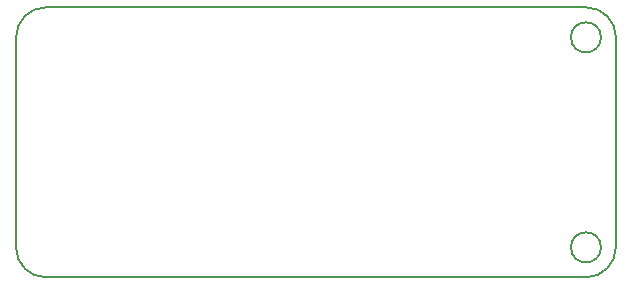
<source format=gbr>
G04 #@! TF.GenerationSoftware,KiCad,Pcbnew,(5.0.2-5)-5*
G04 #@! TF.CreationDate,2019-11-21T15:56:31-05:00*
G04 #@! TF.ProjectId,NEMA0183,4e454d41-3031-4383-932e-6b696361645f,rev?*
G04 #@! TF.SameCoordinates,Original*
G04 #@! TF.FileFunction,Profile,NP*
%FSLAX46Y46*%
G04 Gerber Fmt 4.6, Leading zero omitted, Abs format (unit mm)*
G04 Created by KiCad (PCBNEW (5.0.2-5)-5) date Thursday, November 21, 2019 at 03:56:31 PM*
%MOMM*%
%LPD*%
G01*
G04 APERTURE LIST*
%ADD10C,0.150000*%
G04 APERTURE END LIST*
D10*
X100800000Y-50320000D02*
G75*
G02X98260000Y-52860000I-2540000J0D01*
G01*
X52540000Y-52860000D02*
G75*
G02X50000000Y-50320000I0J2540000D01*
G01*
X52540000Y-52860000D02*
X98260000Y-52860000D01*
X98260000Y-30000000D02*
G75*
G02X100800000Y-32540000I0J-2540000D01*
G01*
X50000000Y-32540000D02*
G75*
G02X52540000Y-30000000I2540000J0D01*
G01*
X99530000Y-50320000D02*
G75*
G03X99530000Y-50320000I-1270000J0D01*
G01*
X52540000Y-30000000D02*
X98260000Y-30000000D01*
X100800000Y-32540000D02*
X100800000Y-50320000D01*
X50000000Y-32540000D02*
X50000000Y-50320000D01*
X99530000Y-32540000D02*
G75*
G03X99530000Y-32540000I-1270000J0D01*
G01*
M02*

</source>
